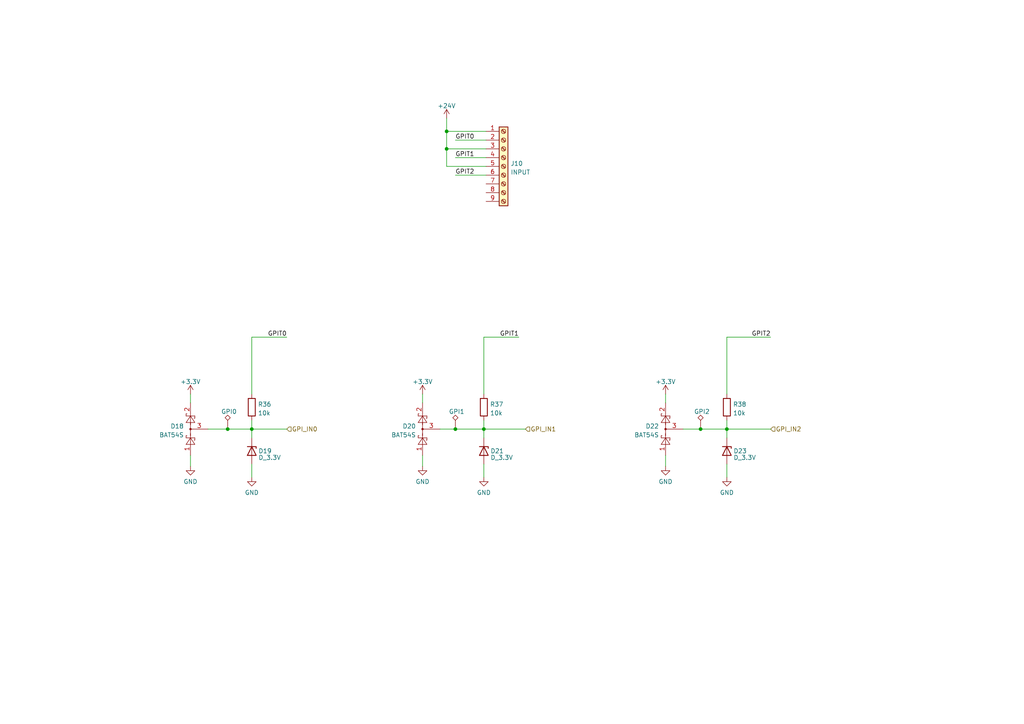
<source format=kicad_sch>
(kicad_sch (version 20211123) (generator eeschema)
  (paper "A4")
  (title_block (title "FloatPUMP Schematics") (date "2022-11-11") (rev "1.0") (company "robtor.de") (comment 1 "Controller board for up to 3 water pumps") (comment 2 "measuring capabilities with piezoresistive pressure sensors") (comment 3 "sensor input Range 4mA-20mA"))
  (lib_symbols
    (symbol "Connector:Screw_Terminal_01x09" (pin_names (offset 1.016) hide)
      (property "Reference" "J" (at 0 12.7 0))
      (property "Value" "Screw_Terminal_01x09" (at 0 -12.7 0))
      (symbol "Screw_Terminal_01x09_1_1"
        (rectangle (start -1.27 11.43) (end 1.27 -11.43) (stroke (width 0.254)) (fill (type background)))
        (circle (center 0 -10.16) (radius 0.635) (stroke (width 0.1524)))
        (circle (center 0 -7.62) (radius 0.635) (stroke (width 0.1524)))
        (circle (center 0 -5.08) (radius 0.635) (stroke (width 0.1524)))
        (circle (center 0 -2.54) (radius 0.635) (stroke (width 0.1524)))
        (polyline (pts (xy -0.5334 -9.8298) (xy 0.3302 -10.668)) (stroke (width 0.1524)))
        (polyline (pts (xy -0.5334 -7.2898) (xy 0.3302 -8.128)) (stroke (width 0.1524)))
        (polyline (pts (xy -0.5334 -4.7498) (xy 0.3302 -5.588)) (stroke (width 0.1524)))
        (polyline (pts (xy -0.5334 -2.2098) (xy 0.3302 -3.048)) (stroke (width 0.1524)))
        (polyline (pts (xy -0.5334 0.3302) (xy 0.3302 -0.508)) (stroke (width 0.1524)))
        (polyline (pts (xy -0.5334 2.8702) (xy 0.3302 2.032)) (stroke (width 0.1524)))
        (polyline (pts (xy -0.5334 5.4102) (xy 0.3302 4.572)) (stroke (width 0.1524)))
        (polyline (pts (xy -0.5334 7.9502) (xy 0.3302 7.112)) (stroke (width 0.1524)))
        (polyline (pts (xy -0.5334 10.4902) (xy 0.3302 9.652)) (stroke (width 0.1524)))
        (polyline (pts (xy -0.3556 -9.652) (xy 0.508 -10.4902)) (stroke (width 0.1524)))
        (polyline (pts (xy -0.3556 -7.112) (xy 0.508 -7.9502)) (stroke (width 0.1524)))
        (polyline (pts (xy -0.3556 -4.572) (xy 0.508 -5.4102)) (stroke (width 0.1524)))
        (polyline (pts (xy -0.3556 -2.032) (xy 0.508 -2.8702)) (stroke (width 0.1524)))
        (polyline (pts (xy -0.3556 0.508) (xy 0.508 -0.3302)) (stroke (width 0.1524)))
        (polyline (pts (xy -0.3556 3.048) (xy 0.508 2.2098)) (stroke (width 0.1524)))
        (polyline (pts (xy -0.3556 5.588) (xy 0.508 4.7498)) (stroke (width 0.1524)))
        (polyline (pts (xy -0.3556 8.128) (xy 0.508 7.2898)) (stroke (width 0.1524)))
        (polyline (pts (xy -0.3556 10.668) (xy 0.508 9.8298)) (stroke (width 0.1524)))
        (circle (center 0 0) (radius 0.635) (stroke (width 0.1524)))
        (circle (center 0 2.54) (radius 0.635) (stroke (width 0.1524)))
        (circle (center 0 5.08) (radius 0.635) (stroke (width 0.1524)))
        (circle (center 0 7.62) (radius 0.635) (stroke (width 0.1524)))
        (circle (center 0 10.16) (radius 0.635) (stroke (width 0.1524)))
        (pin passive line (at -5.08 10.16 0) (length 3.81) (name "Pin_1") (number "1"))
        (pin passive line (at -5.08 7.62 0) (length 3.81) (name "Pin_2") (number "2"))
        (pin passive line (at -5.08 5.08 0) (length 3.81) (name "Pin_3") (number "3"))
        (pin passive line (at -5.08 2.54 0) (length 3.81) (name "Pin_4") (number "4"))
        (pin passive line (at -5.08 0 0) (length 3.81) (name "Pin_5") (number "5"))
        (pin passive line (at -5.08 -2.54 0) (length 3.81) (name "Pin_6") (number "6"))
        (pin passive line (at -5.08 -5.08 0) (length 3.81) (name "Pin_7") (number "7"))
        (pin passive line (at -5.08 -7.62 0) (length 3.81) (name "Pin_8") (number "8"))
        (pin passive line (at -5.08 -10.16 0) (length 3.81) (name "Pin_9") (number "9"))
      )
    )
    (symbol "Connector:TestPoint_Alt" (pin_numbers hide) (pin_names (offset 0.762) hide)
      (property "Reference" "TP" (at 0 6.858 0))
      (property "Value" "TestPoint_Alt" (at 0 5.08 0))
      (symbol "TestPoint_Alt_0_1"
        (polyline (pts (xy 0 2.54) (xy -0.762 3.302) (xy 0 4.064) (xy 0.762 3.302) (xy 0 2.54)))
      )
      (symbol "TestPoint_Alt_1_1"
        (pin passive line (at 0 0 90) (length 2.54) (name "1") (number "1"))
      )
    )
    (symbol "D_Zener_1" (pin_numbers hide) (pin_names (offset 1.016) hide)
      (property "Reference" "D?" (at 2.032 0.8347 90))
      (property "Value" "D_Zener_1" (at 2.032 -1.7022 90))
      (symbol "D_Zener_1_0_1"
        (polyline (pts (xy 1.27 0) (xy -1.27 0)))
        (polyline (pts (xy -1.27 -1.27) (xy -1.27 1.27) (xy -0.762 1.27)) (stroke (width 0.254)))
        (polyline (pts (xy 1.27 -1.27) (xy 1.27 1.27) (xy -1.27 0) (xy 1.27 -1.27)) (stroke (width 0.254)))
      )
      (symbol "D_Zener_1_1_1"
        (pin passive line (at 3.81 0 180) (length 2.54) (name "A") (number "1"))
        (pin passive line (at -3.81 0 0) (length 2.54) (name "K") (number "3"))
      )
    )
    (symbol "Device:R" (pin_numbers hide) (pin_names (offset 0))
      (property "Reference" "R" (at 2.032 0 90))
      (property "Value" "R" (at 0 0 90))
      (symbol "R_0_1"
        (rectangle (start -1.016 -2.54) (end 1.016 2.54) (stroke (width 0.254)))
      )
      (symbol "R_1_1"
        (pin passive line (at 0 3.81 270) (length 1.27) (name "~") (number "1"))
        (pin passive line (at 0 -3.81 90) (length 1.27) (name "~") (number "2"))
      )
    )
    (symbol "Diode:BAT54S" (pin_names (offset 1.016))
      (property "Reference" "D" (at 0.635 -3.81 0))
      (property "Value" "BAT54S" (at -6.35 3.175 0))
      (symbol "BAT54S_0_1"
        (polyline (pts (xy -3.81 0) (xy -1.27 0)))
        (polyline (pts (xy -3.175 -1.27) (xy -3.175 -1.016)))
        (polyline (pts (xy -2.54 -1.27) (xy -3.175 -1.27)))
        (polyline (pts (xy -2.54 -1.27) (xy -2.54 1.27)))
        (polyline (pts (xy -2.54 1.27) (xy -1.905 1.27)))
        (polyline (pts (xy -1.905 0) (xy 1.905 0)))
        (polyline (pts (xy -1.905 1.27) (xy -1.905 1.016)))
        (polyline (pts (xy 1.27 0) (xy 3.81 0)))
        (polyline (pts (xy 3.175 -1.27) (xy 3.175 -1.016)))
        (polyline (pts (xy 3.81 -1.27) (xy 3.175 -1.27)))
        (polyline (pts (xy 3.81 -1.27) (xy 3.81 1.27)))
        (polyline (pts (xy 3.81 1.27) (xy 4.445 1.27)))
        (polyline (pts (xy 4.445 1.27) (xy 4.445 1.016)))
        (polyline (pts (xy -4.445 1.27) (xy -4.445 -1.27) (xy -2.54 0) (xy -4.445 1.27)))
        (polyline (pts (xy 1.905 1.27) (xy 1.905 -1.27) (xy 3.81 0) (xy 1.905 1.27)))
        (circle (center 0 0) (radius 0.254) (fill (type outline)))
      )
      (symbol "BAT54S_1_1"
        (pin passive line (at -7.62 0 0) (length 3.81) (name "~") (number "1"))
        (pin passive line (at 7.62 0 180) (length 3.81) (name "~") (number "2"))
        (pin passive line (at 0 -5.08 90) (length 5.08) (name "~") (number "3"))
      )
    )
    (symbol "power:+24V" (power) (pin_names (offset 0))
      (property "Value" "+24V" (at 0 3.556 0))
      (symbol "+24V_0_1"
        (polyline (pts (xy -0.762 1.27) (xy 0 2.54)))
        (polyline (pts (xy 0 0) (xy 0 2.54)))
        (polyline (pts (xy 0 2.54) (xy 0.762 1.27)))
      )
      (symbol "+24V_1_1"
        (pin power_in line (at 0 0 90) (length 0) hide (name "+24V") (number "1"))
      )
    )
    (symbol "power:+3.3V" (power) (pin_names (offset 0))
      (property "Value" "+3.3V" (at 0 3.556 0))
      (symbol "+3.3V_0_1"
        (polyline (pts (xy -0.762 1.27) (xy 0 2.54)))
        (polyline (pts (xy 0 0) (xy 0 2.54)))
        (polyline (pts (xy 0 2.54) (xy 0.762 1.27)))
      )
      (symbol "+3.3V_1_1"
        (pin power_in line (at 0 0 90) (length 0) hide (name "+3.3V") (number "1"))
      )
    )
    (symbol "power:GND" (power) (pin_names (offset 0))
      (property "Value" "GND" (at 0 -3.81 0))
      (symbol "GND_0_1"
        (polyline (pts (xy 0 0) (xy 0 -1.27) (xy 1.27 -1.27) (xy 0 -2.54) (xy -1.27 -1.27) (xy 0 -1.27)))
      )
      (symbol "GND_1_1"
        (pin power_in line (at 0 0 270) (length 0) hide (name "GND") (number "1"))
      )
    )
  )
  (junction (at 203.2 124.46))
  (junction (at 66.04 124.46))
  (junction (at 73.025 124.46))
  (junction (at 129.54 38.1))
  (junction (at 132.08 124.46))
  (junction (at 210.82 124.46))
  (junction (at 129.54 43.18))
  (junction (at 140.335 124.46))
  (wire (pts (xy 140.97 48.26) (xy 129.54 48.26)))
  (wire (pts (xy 140.335 134.62) (xy 140.335 138.43)))
  (wire (pts (xy 210.82 114.3) (xy 210.82 97.79)))
  (wire (pts (xy 66.04 124.46) (xy 73.025 124.46)))
  (wire (pts (xy 129.54 38.1) (xy 129.54 43.18)))
  (wire (pts (xy 198.12 124.46) (xy 203.2 124.46)))
  (wire (pts (xy 132.08 50.8) (xy 140.97 50.8)))
  (wire (pts (xy 73.025 121.92) (xy 73.025 124.46)))
  (wire (pts (xy 140.335 121.92) (xy 140.335 124.46)))
  (wire (pts (xy 73.025 124.46) (xy 73.025 127)))
  (wire (pts (xy 122.555 114.3) (xy 122.555 116.84)))
  (wire (pts (xy 73.025 124.46) (xy 83.185 124.46)))
  (wire (pts (xy 73.025 114.3) (xy 73.025 97.79)))
  (wire (pts (xy 210.82 124.46) (xy 210.82 127)))
  (wire (pts (xy 129.54 43.18) (xy 140.97 43.18)))
  (wire (pts (xy 129.54 43.18) (xy 129.54 48.26)))
  (wire (pts (xy 210.82 124.46) (xy 223.52 124.46)))
  (wire (pts (xy 132.08 40.64) (xy 140.97 40.64)))
  (wire (pts (xy 55.245 114.3) (xy 55.245 116.84)))
  (wire (pts (xy 55.245 132.08) (xy 55.245 135.255)))
  (wire (pts (xy 210.82 121.92) (xy 210.82 124.46)))
  (wire (pts (xy 127.635 124.46) (xy 132.08 124.46)))
  (wire (pts (xy 140.97 38.1) (xy 129.54 38.1)))
  (wire (pts (xy 73.025 134.62) (xy 73.025 138.43)))
  (wire (pts (xy 60.325 124.46) (xy 66.04 124.46)))
  (wire (pts (xy 73.025 97.79) (xy 83.185 97.79)))
  (wire (pts (xy 210.82 97.79) (xy 223.52 97.79)))
  (wire (pts (xy 140.335 97.79) (xy 150.495 97.79)))
  (wire (pts (xy 129.54 34.29) (xy 129.54 38.1)))
  (wire (pts (xy 193.04 114.3) (xy 193.04 116.84)))
  (wire (pts (xy 203.2 124.46) (xy 210.82 124.46)))
  (wire (pts (xy 140.335 97.79) (xy 140.335 114.3)))
  (wire (pts (xy 132.08 45.72) (xy 140.97 45.72)))
  (wire (pts (xy 122.555 132.08) (xy 122.555 135.255)))
  (wire (pts (xy 140.335 124.46) (xy 152.4 124.46)))
  (wire (pts (xy 140.335 124.46) (xy 140.335 127)))
  (wire (pts (xy 132.08 124.46) (xy 140.335 124.46)))
  (wire (pts (xy 193.04 132.08) (xy 193.04 135.255)))
  (wire (pts (xy 210.82 134.62) (xy 210.82 138.43)))
  (label "GPIT1" (at 150.495 97.79 180))
  (label "GPIT1" (at 132.08 45.72 0))
  (label "GPIT0" (at 83.185 97.79 180))
  (label "GPIT0" (at 132.08 40.64 0))
  (label "GPIT2" (at 132.08 50.8 0))
  (label "GPIT2" (at 223.52 97.79 180))
  (hierarchical_label "GPI_IN0" (shape input) (at 83.185 124.46 0))
  (hierarchical_label "GPI_IN2" (shape input) (at 223.52 124.46 0))
  (hierarchical_label "GPI_IN1" (shape input) (at 152.4 124.46 0))
  (symbol (lib_id "power:+24V") (at 129.54 34.29 0) (unit 1)
    (property "Reference" "#PWR089" (effects hide))
    (property "Value" "+24V" (at 129.54 30.7142 0))
  )
  (symbol (lib_id "power:GND") (at 73.025 138.43 0) (unit 1)
    (property "Reference" "#PWR086" (effects hide))
    (property "Value" "GND" (at 73.025 142.8734 0))
  )
  (symbol (lib_name "D_Zener_1") (lib_id "Device:D_Zener") (at 210.82 130.81 270) (unit 1)
    (property "Reference" "D23" (at 212.725 130.81 90) (effects (justify left)))
    (property "Value" "D_3.3V" (at 212.725 132.715 90) (effects (justify left)))
    (property "Footprint" "Package_TO_SOT_SMD:SOT-23" (effects hide))
    (property "Datasheet" "https://datasheet.lcsc.com/lcsc/1809191825_LRC-LBZX84C3V3LT1G_C12745.pdf" (effects hide))
  )
  (symbol (lib_name "D_Zener_1") (lib_id "Device:D_Zener") (at 73.025 130.81 270) (unit 1)
    (property "Reference" "D19" (at 74.93 130.81 90) (effects (justify left)))
    (property "Value" "D_3.3V" (at 74.93 132.715 90) (effects (justify left)))
    (property "Footprint" "Package_TO_SOT_SMD:SOT-23" (effects hide))
    (property "Datasheet" "https://datasheet.lcsc.com/lcsc/1809191825_LRC-LBZX84C3V3LT1G_C12745.pdf" (effects hide))
  )
  (symbol (lib_id "Connector:TestPoint_Alt") (at 203.2 124.46 0) (unit 1)
    (property "Reference" "TP21" (effects hide))
    (property "Value" "GPI2" (at 201.295 119.38 0) (effects (justify left)))
    (property "Footprint" "TestPoint:TestPoint_Pad_D1.0mm" (effects hide))
  )
  (symbol (lib_id "Device:R") (at 210.82 118.11 0) (unit 1)
    (property "Reference" "R38" (at 212.598 117.2753 0) (effects (justify left)))
    (property "Value" "10k" (at 212.598 119.8122 0) (effects (justify left)))
    (property "Footprint" "Resistor_SMD:R_0603_1608Metric" (effects hide))
    (property "JLCPCB" "C238881" (effects hide))
  )
  (symbol (lib_id "Diode:BAT54S") (at 193.04 124.46 90) (unit 1)
    (property "Reference" "D22" (at 191.135 123.6253 90) (effects (justify left)))
    (property "Value" "BAT54S" (at 191.135 126.1622 90) (effects (justify left)))
    (property "Footprint" "Package_TO_SOT_SMD:SOT-23" (effects hide))
    (property "Datasheet" "https://www.diodes.com/assets/Datasheets/ds11005.pdf" (effects hide))
    (property "JLCPCB" "C2762214" (effects hide))
  )
  (symbol (lib_id "Connector:TestPoint_Alt") (at 132.08 124.46 0) (unit 1)
    (property "Reference" "TP20" (effects hide))
    (property "Value" "GPI1" (at 130.175 119.38 0) (effects (justify left)))
    (property "Footprint" "TestPoint:TestPoint_Pad_D1.0mm" (effects hide))
  )
  (symbol (lib_id "Device:R") (at 73.025 118.11 0) (unit 1)
    (property "Reference" "R36" (at 74.803 117.2753 0) (effects (justify left)))
    (property "Value" "10k" (at 74.803 119.8122 0) (effects (justify left)))
    (property "Footprint" "Resistor_SMD:R_0603_1608Metric" (effects hide))
    (property "JLCPCB" "C238881" (effects hide))
  )
  (symbol (lib_id "power:GND") (at 55.245 135.255 0) (unit 1)
    (property "Reference" "#PWR085" (effects hide))
    (property "Value" "GND" (at 55.245 139.6984 0))
  )
  (symbol (lib_id "power:GND") (at 122.555 135.255 0) (unit 1)
    (property "Reference" "#PWR088" (effects hide))
    (property "Value" "GND" (at 122.555 139.6984 0))
  )
  (symbol (lib_id "power:GND") (at 193.04 135.255 0) (unit 1)
    (property "Reference" "#PWR092" (effects hide))
    (property "Value" "GND" (at 193.04 139.6984 0))
  )
  (symbol (lib_id "power:GND") (at 210.82 138.43 0) (unit 1)
    (property "Reference" "#PWR093" (effects hide))
    (property "Value" "GND" (at 210.82 142.8734 0))
  )
  (symbol (lib_id "Diode:BAT54S") (at 122.555 124.46 90) (unit 1)
    (property "Reference" "D20" (at 120.65 123.6253 90) (effects (justify left)))
    (property "Value" "BAT54S" (at 120.65 126.1622 90) (effects (justify left)))
    (property "Footprint" "Package_TO_SOT_SMD:SOT-23" (effects hide))
    (property "Datasheet" "https://www.diodes.com/assets/Datasheets/ds11005.pdf" (effects hide))
    (property "JLCPCB" "C2762214" (effects hide))
  )
  (symbol (lib_id "power:+3.3V") (at 193.04 114.3 0) (unit 1)
    (property "Reference" "#PWR091" (effects hide))
    (property "Value" "+3.3V" (at 193.04 110.7242 0))
  )
  (symbol (lib_name "D_Zener_1") (lib_id "Device:D_Zener") (at 140.335 130.81 270) (unit 1)
    (property "Reference" "D21" (at 142.24 130.81 90) (effects (justify left)))
    (property "Value" "D_3.3V" (at 142.24 132.715 90) (effects (justify left)))
    (property "Footprint" "Package_TO_SOT_SMD:SOT-23" (effects hide))
    (property "Datasheet" "https://datasheet.lcsc.com/lcsc/1809191825_LRC-LBZX84C3V3LT1G_C12745.pdf" (effects hide))
  )
  (symbol (lib_id "Connector:TestPoint_Alt") (at 66.04 124.46 0) (unit 1)
    (property "Reference" "TP19" (effects hide))
    (property "Value" "GPI0" (at 64.135 119.38 0) (effects (justify left)))
    (property "Footprint" "TestPoint:TestPoint_Pad_D1.0mm" (effects hide))
  )
  (symbol (lib_id "power:+3.3V") (at 55.245 114.3 0) (unit 1)
    (property "Reference" "#PWR084" (effects hide))
    (property "Value" "+3.3V" (at 55.245 110.7242 0))
  )
  (symbol (lib_id "Connector:Screw_Terminal_01x09") (at 146.05 48.26 0) (unit 1)
    (property "Reference" "J10" (at 148.082 47.4253 0) (effects (justify left)))
    (property "Value" "INPUT" (at 148.082 49.9622 0) (effects (justify left)))
    (property "Footprint" "TerminalBlock_Phoenix:TerminalBlock_Phoenix_MKDS-3-9-5.08_1x09_P5.08mm_Horizontal" (effects hide))
  )
  (symbol (lib_id "Diode:BAT54S") (at 55.245 124.46 90) (unit 1)
    (property "Reference" "D18" (at 53.34 123.6253 90) (effects (justify left)))
    (property "Value" "BAT54S" (at 53.34 126.1622 90) (effects (justify left)))
    (property "Footprint" "Package_TO_SOT_SMD:SOT-23" (effects hide))
    (property "Datasheet" "https://www.diodes.com/assets/Datasheets/ds11005.pdf" (effects hide))
    (property "JLCPCB" "C2762214" (effects hide))
  )
  (symbol (lib_id "power:+3.3V") (at 122.555 114.3 0) (unit 1)
    (property "Reference" "#PWR087" (effects hide))
    (property "Value" "+3.3V" (at 122.555 110.7242 0))
  )
  (symbol (lib_id "Device:R") (at 140.335 118.11 0) (unit 1)
    (property "Reference" "R37" (at 142.113 117.2753 0) (effects (justify left)))
    (property "Value" "10k" (at 142.113 119.8122 0) (effects (justify left)))
    (property "Footprint" "Resistor_SMD:R_0603_1608Metric" (effects hide))
    (property "JLCPCB" "C238881" (effects hide))
  )
  (symbol (lib_id "power:GND") (at 140.335 138.43 0) (unit 1)
    (property "Reference" "#PWR090" (effects hide))
    (property "Value" "GND" (at 140.335 142.8734 0))
  )
)
</source>
